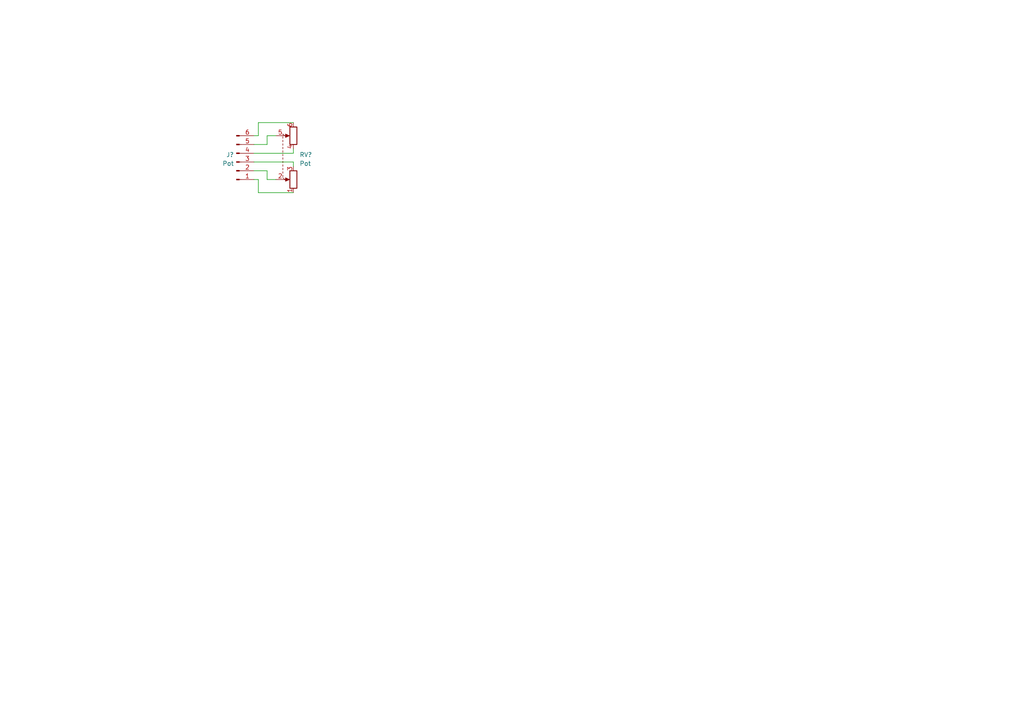
<source format=kicad_sch>
(kicad_sch (version 20211123) (generator eeschema)
  (paper "A4")
  (lib_symbols
    (symbol "Connector:Conn_01x06_Male" (pin_names (offset 1.016) hide)
      (property "Reference" "J" (at 0 7.62 0))
      (property "Value" "Conn_01x06_Male" (at 0 -10.16 0))
      (symbol "Conn_01x06_Male_1_1"
        (polyline (pts (xy 1.27 -7.62) (xy 0.8636 -7.62)) (stroke (width 0.1524)))
        (polyline (pts (xy 1.27 -5.08) (xy 0.8636 -5.08)) (stroke (width 0.1524)))
        (polyline (pts (xy 1.27 -2.54) (xy 0.8636 -2.54)) (stroke (width 0.1524)))
        (polyline (pts (xy 1.27 0) (xy 0.8636 0)) (stroke (width 0.1524)))
        (polyline (pts (xy 1.27 2.54) (xy 0.8636 2.54)) (stroke (width 0.1524)))
        (polyline (pts (xy 1.27 5.08) (xy 0.8636 5.08)) (stroke (width 0.1524)))
        (rectangle (start 0.8636 -7.493) (end 0 -7.747) (stroke (width 0.1524)) (fill (type outline)))
        (rectangle (start 0.8636 -4.953) (end 0 -5.207) (stroke (width 0.1524)) (fill (type outline)))
        (rectangle (start 0.8636 -2.413) (end 0 -2.667) (stroke (width 0.1524)) (fill (type outline)))
        (rectangle (start 0.8636 0.127) (end 0 -0.127) (stroke (width 0.1524)) (fill (type outline)))
        (rectangle (start 0.8636 2.667) (end 0 2.413) (stroke (width 0.1524)) (fill (type outline)))
        (rectangle (start 0.8636 5.207) (end 0 4.953) (stroke (width 0.1524)) (fill (type outline)))
        (pin passive line (at 5.08 5.08 180) (length 3.81) (name "Pin_1") (number "1"))
        (pin passive line (at 5.08 2.54 180) (length 3.81) (name "Pin_2") (number "2"))
        (pin passive line (at 5.08 0 180) (length 3.81) (name "Pin_3") (number "3"))
        (pin passive line (at 5.08 -2.54 180) (length 3.81) (name "Pin_4") (number "4"))
        (pin passive line (at 5.08 -5.08 180) (length 3.81) (name "Pin_5") (number "5"))
        (pin passive line (at 5.08 -7.62 180) (length 3.81) (name "Pin_6") (number "6"))
      )
    )
    (symbol "Device:R_Potentiometer_Dual" (pin_names (offset 1.016) hide)
      (property "Reference" "RV" (at 0 3.81 0))
      (property "Value" "R_Potentiometer_Dual" (at 0 1.905 0))
      (symbol "R_Potentiometer_Dual_0_1"
        (rectangle (start -8.89 -1.524) (end -3.81 -3.556) (stroke (width 0.254)))
        (polyline (pts (xy -6.35 0) (xy -6.35 -1.016)))
        (polyline (pts (xy -6.35 0) (xy -6.35 -1.016)))
        (polyline (pts (xy -6.35 0) (xy -5.842 0.508)))
        (polyline (pts (xy -5.588 0.508) (xy -5.08 0.508)))
        (polyline (pts (xy -4.572 0.508) (xy -4.064 0.508)))
        (polyline (pts (xy -3.556 0.508) (xy -3.048 0.508)))
        (polyline (pts (xy -2.54 0.508) (xy -2.032 0.508)))
        (polyline (pts (xy -1.524 0.508) (xy -1.016 0.508)))
        (polyline (pts (xy -0.508 0.508) (xy 0 0.508)))
        (polyline (pts (xy 0.508 0.508) (xy 1.016 0.508)))
        (polyline (pts (xy 1.524 0.508) (xy 2.032 0.508)))
        (polyline (pts (xy 2.54 0.508) (xy 3.048 0.508)))
        (polyline (pts (xy 3.556 0.508) (xy 4.064 0.508)))
        (polyline (pts (xy 4.572 0.508) (xy 5.08 0.508)))
        (polyline (pts (xy 5.588 0.508) (xy 6.096 0.508)))
        (polyline (pts (xy 6.35 0) (xy 6.35 -1.016)))
        (polyline (pts (xy 6.35 0) (xy 6.35 -1.016)))
        (polyline (pts (xy 6.604 0.508) (xy 6.858 0.508) (xy 6.35 0)))
        (polyline (pts (xy -6.35 -1.397) (xy -6.858 -0.254) (xy -5.842 -0.254) (xy -6.35 -1.397)) (fill (type outline)))
        (polyline (pts (xy 6.35 -1.397) (xy 5.842 -0.254) (xy 6.858 -0.254) (xy 6.35 -1.397)) (fill (type outline)))
        (rectangle (start 3.81 -1.524) (end 8.89 -3.556) (stroke (width 0.254)))
      )
      (symbol "R_Potentiometer_Dual_1_1"
        (pin passive line (at -10.16 -2.54 0) (length 1.27) (name "1") (number "1"))
        (pin passive line (at -6.35 2.54 270) (length 2.54) (name "2") (number "2"))
        (pin passive line (at -2.54 -2.54 180) (length 1.27) (name "3") (number "3"))
        (pin passive line (at 2.54 -2.54 0) (length 1.27) (name "4") (number "4"))
        (pin passive line (at 6.35 2.54 270) (length 2.54) (name "5") (number "5"))
        (pin passive line (at 10.16 -2.54 180) (length 1.27) (name "6") (number "6"))
      )
    )
  )
  (wire (pts (xy 74.93 55.88) (xy 85.09 55.88)))
  (wire (pts (xy 73.66 41.91) (xy 77.47 41.91)))
  (wire (pts (xy 77.47 41.91) (xy 77.47 39.37)))
  (wire (pts (xy 85.09 46.99) (xy 85.09 48.26)))
  (wire (pts (xy 85.09 44.45) (xy 85.09 43.18)))
  (wire (pts (xy 73.66 46.99) (xy 85.09 46.99)))
  (wire (pts (xy 73.66 39.37) (xy 74.93 39.37)))
  (wire (pts (xy 74.93 52.07) (xy 74.93 55.88)))
  (wire (pts (xy 74.93 35.56) (xy 85.09 35.56)))
  (wire (pts (xy 73.66 52.07) (xy 74.93 52.07)))
  (wire (pts (xy 77.47 52.07) (xy 80.01 52.07)))
  (wire (pts (xy 73.66 44.45) (xy 85.09 44.45)))
  (wire (pts (xy 77.47 39.37) (xy 80.01 39.37)))
  (wire (pts (xy 74.93 39.37) (xy 74.93 35.56)))
  (wire (pts (xy 77.47 49.53) (xy 77.47 52.07)))
  (wire (pts (xy 73.66 49.53) (xy 77.47 49.53)))
  (symbol (lib_id "Device:R_Potentiometer_Dual") (at 82.55 45.72 90) (unit 1)
    (property "Reference" "RV?" (at 86.868 44.8853 90) (effects (justify right)))
    (property "Value" "Pot" (at 86.868 47.4222 90) (effects (justify right)))
    (property "Footprint" "Potentiometer_THT:Potentiometer_Alps_RK163_Dual_Horizontal" (effects hide))
  )
  (symbol (lib_id "Connector:Conn_01x06_Male") (at 68.58 46.99 0) (mirror x) (unit 1)
    (property "Reference" "J?" (at 67.8688 44.8853 0) (effects (justify right)))
    (property "Value" "Pot" (at 67.8688 47.4222 0) (effects (justify right)))
    (property "Footprint" "Connector_JST:JST_XH_B6B-XH-AM_1x06_P2.50mm_Vertical" (effects hide))
  )
)
</source>
